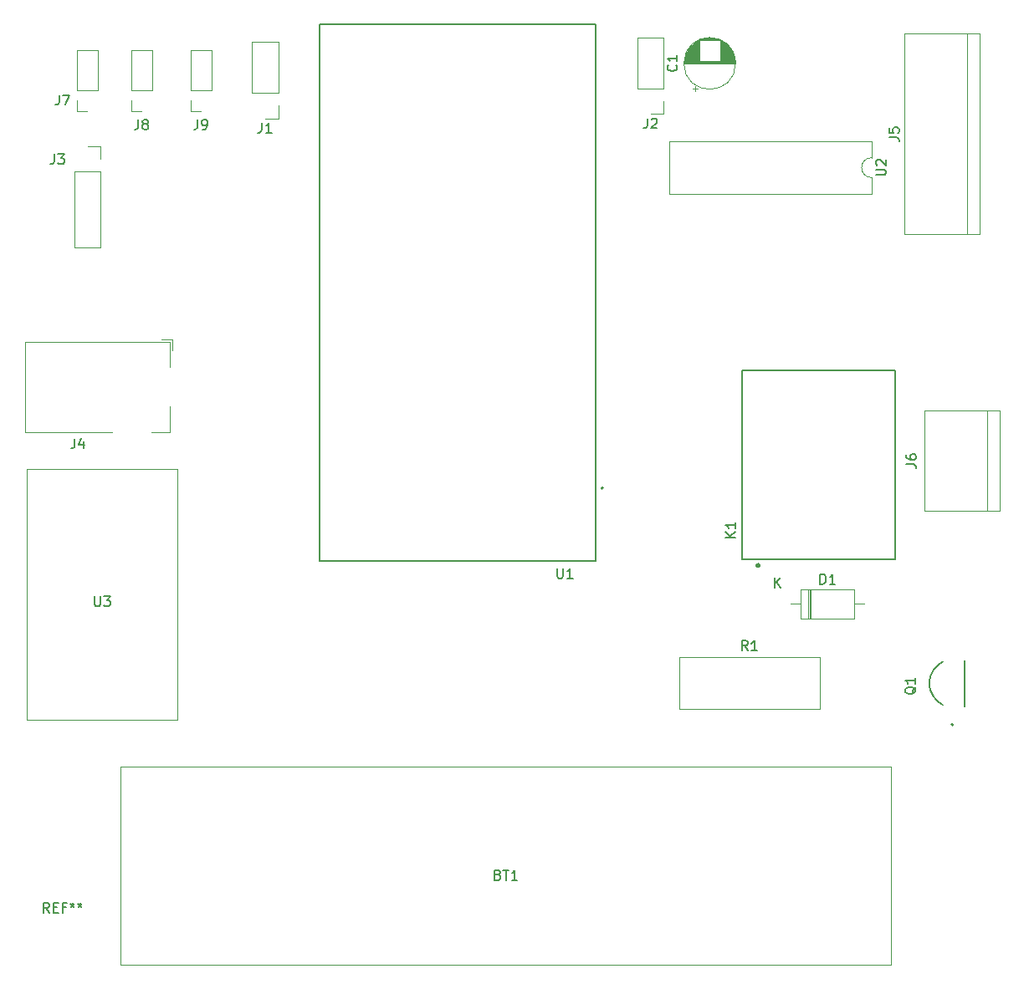
<source format=gbr>
%TF.GenerationSoftware,KiCad,Pcbnew,8.0.4*%
%TF.CreationDate,2024-09-04T16:44:11-05:00*%
%TF.ProjectId,PCB_CARRO_PROYECTO,5043425f-4341-4525-924f-5f50524f5945,rev?*%
%TF.SameCoordinates,Original*%
%TF.FileFunction,Legend,Top*%
%TF.FilePolarity,Positive*%
%FSLAX46Y46*%
G04 Gerber Fmt 4.6, Leading zero omitted, Abs format (unit mm)*
G04 Created by KiCad (PCBNEW 8.0.4) date 2024-09-04 16:44:11*
%MOMM*%
%LPD*%
G01*
G04 APERTURE LIST*
%ADD10C,0.150000*%
%ADD11C,0.127000*%
%ADD12C,0.200000*%
%ADD13C,0.120000*%
%ADD14C,0.300000*%
G04 APERTURE END LIST*
D10*
X189864057Y-119396738D02*
X189816438Y-119491976D01*
X189816438Y-119491976D02*
X189721200Y-119587214D01*
X189721200Y-119587214D02*
X189578342Y-119730071D01*
X189578342Y-119730071D02*
X189530723Y-119825309D01*
X189530723Y-119825309D02*
X189530723Y-119920547D01*
X189768819Y-119872928D02*
X189721200Y-119968166D01*
X189721200Y-119968166D02*
X189625961Y-120063404D01*
X189625961Y-120063404D02*
X189435485Y-120111023D01*
X189435485Y-120111023D02*
X189102152Y-120111023D01*
X189102152Y-120111023D02*
X188911676Y-120063404D01*
X188911676Y-120063404D02*
X188816438Y-119968166D01*
X188816438Y-119968166D02*
X188768819Y-119872928D01*
X188768819Y-119872928D02*
X188768819Y-119682452D01*
X188768819Y-119682452D02*
X188816438Y-119587214D01*
X188816438Y-119587214D02*
X188911676Y-119491976D01*
X188911676Y-119491976D02*
X189102152Y-119444357D01*
X189102152Y-119444357D02*
X189435485Y-119444357D01*
X189435485Y-119444357D02*
X189625961Y-119491976D01*
X189625961Y-119491976D02*
X189721200Y-119587214D01*
X189721200Y-119587214D02*
X189768819Y-119682452D01*
X189768819Y-119682452D02*
X189768819Y-119872928D01*
X189768819Y-118491976D02*
X189768819Y-119063404D01*
X189768819Y-118777690D02*
X188768819Y-118777690D01*
X188768819Y-118777690D02*
X188911676Y-118872928D01*
X188911676Y-118872928D02*
X189006914Y-118968166D01*
X189006914Y-118968166D02*
X189054533Y-119063404D01*
X153566976Y-107400657D02*
X153566976Y-108210493D01*
X153566976Y-108210493D02*
X153614613Y-108305768D01*
X153614613Y-108305768D02*
X153662251Y-108353406D01*
X153662251Y-108353406D02*
X153757525Y-108401043D01*
X153757525Y-108401043D02*
X153948075Y-108401043D01*
X153948075Y-108401043D02*
X154043350Y-108353406D01*
X154043350Y-108353406D02*
X154090987Y-108305768D01*
X154090987Y-108305768D02*
X154138625Y-108210493D01*
X154138625Y-108210493D02*
X154138625Y-107400657D01*
X155139010Y-108401043D02*
X154567361Y-108401043D01*
X154853186Y-108401043D02*
X154853186Y-107400657D01*
X154853186Y-107400657D02*
X154757911Y-107543569D01*
X154757911Y-107543569D02*
X154662636Y-107638844D01*
X154662636Y-107638844D02*
X154567361Y-107686482D01*
X187154819Y-63733333D02*
X187869104Y-63733333D01*
X187869104Y-63733333D02*
X188011961Y-63780952D01*
X188011961Y-63780952D02*
X188107200Y-63876190D01*
X188107200Y-63876190D02*
X188154819Y-64019047D01*
X188154819Y-64019047D02*
X188154819Y-64114285D01*
X187154819Y-62780952D02*
X187154819Y-63257142D01*
X187154819Y-63257142D02*
X187631009Y-63304761D01*
X187631009Y-63304761D02*
X187583390Y-63257142D01*
X187583390Y-63257142D02*
X187535771Y-63161904D01*
X187535771Y-63161904D02*
X187535771Y-62923809D01*
X187535771Y-62923809D02*
X187583390Y-62828571D01*
X187583390Y-62828571D02*
X187631009Y-62780952D01*
X187631009Y-62780952D02*
X187726247Y-62733333D01*
X187726247Y-62733333D02*
X187964342Y-62733333D01*
X187964342Y-62733333D02*
X188059580Y-62780952D01*
X188059580Y-62780952D02*
X188107200Y-62828571D01*
X188107200Y-62828571D02*
X188154819Y-62923809D01*
X188154819Y-62923809D02*
X188154819Y-63161904D01*
X188154819Y-63161904D02*
X188107200Y-63257142D01*
X188107200Y-63257142D02*
X188059580Y-63304761D01*
X104716666Y-94247319D02*
X104716666Y-94961604D01*
X104716666Y-94961604D02*
X104669047Y-95104461D01*
X104669047Y-95104461D02*
X104573809Y-95199700D01*
X104573809Y-95199700D02*
X104430952Y-95247319D01*
X104430952Y-95247319D02*
X104335714Y-95247319D01*
X105621428Y-94580652D02*
X105621428Y-95247319D01*
X105383333Y-94199700D02*
X105145238Y-94913985D01*
X105145238Y-94913985D02*
X105764285Y-94913985D01*
X165609580Y-56416666D02*
X165657200Y-56464285D01*
X165657200Y-56464285D02*
X165704819Y-56607142D01*
X165704819Y-56607142D02*
X165704819Y-56702380D01*
X165704819Y-56702380D02*
X165657200Y-56845237D01*
X165657200Y-56845237D02*
X165561961Y-56940475D01*
X165561961Y-56940475D02*
X165466723Y-56988094D01*
X165466723Y-56988094D02*
X165276247Y-57035713D01*
X165276247Y-57035713D02*
X165133390Y-57035713D01*
X165133390Y-57035713D02*
X164942914Y-56988094D01*
X164942914Y-56988094D02*
X164847676Y-56940475D01*
X164847676Y-56940475D02*
X164752438Y-56845237D01*
X164752438Y-56845237D02*
X164704819Y-56702380D01*
X164704819Y-56702380D02*
X164704819Y-56607142D01*
X164704819Y-56607142D02*
X164752438Y-56464285D01*
X164752438Y-56464285D02*
X164800057Y-56416666D01*
X165704819Y-55464285D02*
X165704819Y-56035713D01*
X165704819Y-55749999D02*
X164704819Y-55749999D01*
X164704819Y-55749999D02*
X164847676Y-55845237D01*
X164847676Y-55845237D02*
X164942914Y-55940475D01*
X164942914Y-55940475D02*
X164990533Y-56035713D01*
X111166666Y-61954819D02*
X111166666Y-62669104D01*
X111166666Y-62669104D02*
X111119047Y-62811961D01*
X111119047Y-62811961D02*
X111023809Y-62907200D01*
X111023809Y-62907200D02*
X110880952Y-62954819D01*
X110880952Y-62954819D02*
X110785714Y-62954819D01*
X111785714Y-62383390D02*
X111690476Y-62335771D01*
X111690476Y-62335771D02*
X111642857Y-62288152D01*
X111642857Y-62288152D02*
X111595238Y-62192914D01*
X111595238Y-62192914D02*
X111595238Y-62145295D01*
X111595238Y-62145295D02*
X111642857Y-62050057D01*
X111642857Y-62050057D02*
X111690476Y-62002438D01*
X111690476Y-62002438D02*
X111785714Y-61954819D01*
X111785714Y-61954819D02*
X111976190Y-61954819D01*
X111976190Y-61954819D02*
X112071428Y-62002438D01*
X112071428Y-62002438D02*
X112119047Y-62050057D01*
X112119047Y-62050057D02*
X112166666Y-62145295D01*
X112166666Y-62145295D02*
X112166666Y-62192914D01*
X112166666Y-62192914D02*
X112119047Y-62288152D01*
X112119047Y-62288152D02*
X112071428Y-62335771D01*
X112071428Y-62335771D02*
X111976190Y-62383390D01*
X111976190Y-62383390D02*
X111785714Y-62383390D01*
X111785714Y-62383390D02*
X111690476Y-62431009D01*
X111690476Y-62431009D02*
X111642857Y-62478628D01*
X111642857Y-62478628D02*
X111595238Y-62573866D01*
X111595238Y-62573866D02*
X111595238Y-62764342D01*
X111595238Y-62764342D02*
X111642857Y-62859580D01*
X111642857Y-62859580D02*
X111690476Y-62907200D01*
X111690476Y-62907200D02*
X111785714Y-62954819D01*
X111785714Y-62954819D02*
X111976190Y-62954819D01*
X111976190Y-62954819D02*
X112071428Y-62907200D01*
X112071428Y-62907200D02*
X112119047Y-62859580D01*
X112119047Y-62859580D02*
X112166666Y-62764342D01*
X112166666Y-62764342D02*
X112166666Y-62573866D01*
X112166666Y-62573866D02*
X112119047Y-62478628D01*
X112119047Y-62478628D02*
X112071428Y-62431009D01*
X112071428Y-62431009D02*
X111976190Y-62383390D01*
X180181905Y-108984819D02*
X180181905Y-107984819D01*
X180181905Y-107984819D02*
X180420000Y-107984819D01*
X180420000Y-107984819D02*
X180562857Y-108032438D01*
X180562857Y-108032438D02*
X180658095Y-108127676D01*
X180658095Y-108127676D02*
X180705714Y-108222914D01*
X180705714Y-108222914D02*
X180753333Y-108413390D01*
X180753333Y-108413390D02*
X180753333Y-108556247D01*
X180753333Y-108556247D02*
X180705714Y-108746723D01*
X180705714Y-108746723D02*
X180658095Y-108841961D01*
X180658095Y-108841961D02*
X180562857Y-108937200D01*
X180562857Y-108937200D02*
X180420000Y-108984819D01*
X180420000Y-108984819D02*
X180181905Y-108984819D01*
X181705714Y-108984819D02*
X181134286Y-108984819D01*
X181420000Y-108984819D02*
X181420000Y-107984819D01*
X181420000Y-107984819D02*
X181324762Y-108127676D01*
X181324762Y-108127676D02*
X181229524Y-108222914D01*
X181229524Y-108222914D02*
X181134286Y-108270533D01*
X175578095Y-109354819D02*
X175578095Y-108354819D01*
X176149523Y-109354819D02*
X175720952Y-108783390D01*
X176149523Y-108354819D02*
X175578095Y-108926247D01*
X123666666Y-62284819D02*
X123666666Y-62999104D01*
X123666666Y-62999104D02*
X123619047Y-63141961D01*
X123619047Y-63141961D02*
X123523809Y-63237200D01*
X123523809Y-63237200D02*
X123380952Y-63284819D01*
X123380952Y-63284819D02*
X123285714Y-63284819D01*
X124666666Y-63284819D02*
X124095238Y-63284819D01*
X124380952Y-63284819D02*
X124380952Y-62284819D01*
X124380952Y-62284819D02*
X124285714Y-62427676D01*
X124285714Y-62427676D02*
X124190476Y-62522914D01*
X124190476Y-62522914D02*
X124095238Y-62570533D01*
X162666666Y-61824819D02*
X162666666Y-62539104D01*
X162666666Y-62539104D02*
X162619047Y-62681961D01*
X162619047Y-62681961D02*
X162523809Y-62777200D01*
X162523809Y-62777200D02*
X162380952Y-62824819D01*
X162380952Y-62824819D02*
X162285714Y-62824819D01*
X163095238Y-61920057D02*
X163142857Y-61872438D01*
X163142857Y-61872438D02*
X163238095Y-61824819D01*
X163238095Y-61824819D02*
X163476190Y-61824819D01*
X163476190Y-61824819D02*
X163571428Y-61872438D01*
X163571428Y-61872438D02*
X163619047Y-61920057D01*
X163619047Y-61920057D02*
X163666666Y-62015295D01*
X163666666Y-62015295D02*
X163666666Y-62110533D01*
X163666666Y-62110533D02*
X163619047Y-62253390D01*
X163619047Y-62253390D02*
X163047619Y-62824819D01*
X163047619Y-62824819D02*
X163666666Y-62824819D01*
X188874819Y-96833333D02*
X189589104Y-96833333D01*
X189589104Y-96833333D02*
X189731961Y-96880952D01*
X189731961Y-96880952D02*
X189827200Y-96976190D01*
X189827200Y-96976190D02*
X189874819Y-97119047D01*
X189874819Y-97119047D02*
X189874819Y-97214285D01*
X188874819Y-95928571D02*
X188874819Y-96119047D01*
X188874819Y-96119047D02*
X188922438Y-96214285D01*
X188922438Y-96214285D02*
X188970057Y-96261904D01*
X188970057Y-96261904D02*
X189112914Y-96357142D01*
X189112914Y-96357142D02*
X189303390Y-96404761D01*
X189303390Y-96404761D02*
X189684342Y-96404761D01*
X189684342Y-96404761D02*
X189779580Y-96357142D01*
X189779580Y-96357142D02*
X189827200Y-96309523D01*
X189827200Y-96309523D02*
X189874819Y-96214285D01*
X189874819Y-96214285D02*
X189874819Y-96023809D01*
X189874819Y-96023809D02*
X189827200Y-95928571D01*
X189827200Y-95928571D02*
X189779580Y-95880952D01*
X189779580Y-95880952D02*
X189684342Y-95833333D01*
X189684342Y-95833333D02*
X189446247Y-95833333D01*
X189446247Y-95833333D02*
X189351009Y-95880952D01*
X189351009Y-95880952D02*
X189303390Y-95928571D01*
X189303390Y-95928571D02*
X189255771Y-96023809D01*
X189255771Y-96023809D02*
X189255771Y-96214285D01*
X189255771Y-96214285D02*
X189303390Y-96309523D01*
X189303390Y-96309523D02*
X189351009Y-96357142D01*
X189351009Y-96357142D02*
X189446247Y-96404761D01*
X147569285Y-138431009D02*
X147712142Y-138478628D01*
X147712142Y-138478628D02*
X147759761Y-138526247D01*
X147759761Y-138526247D02*
X147807380Y-138621485D01*
X147807380Y-138621485D02*
X147807380Y-138764342D01*
X147807380Y-138764342D02*
X147759761Y-138859580D01*
X147759761Y-138859580D02*
X147712142Y-138907200D01*
X147712142Y-138907200D02*
X147616904Y-138954819D01*
X147616904Y-138954819D02*
X147235952Y-138954819D01*
X147235952Y-138954819D02*
X147235952Y-137954819D01*
X147235952Y-137954819D02*
X147569285Y-137954819D01*
X147569285Y-137954819D02*
X147664523Y-138002438D01*
X147664523Y-138002438D02*
X147712142Y-138050057D01*
X147712142Y-138050057D02*
X147759761Y-138145295D01*
X147759761Y-138145295D02*
X147759761Y-138240533D01*
X147759761Y-138240533D02*
X147712142Y-138335771D01*
X147712142Y-138335771D02*
X147664523Y-138383390D01*
X147664523Y-138383390D02*
X147569285Y-138431009D01*
X147569285Y-138431009D02*
X147235952Y-138431009D01*
X148093095Y-137954819D02*
X148664523Y-137954819D01*
X148378809Y-138954819D02*
X148378809Y-137954819D01*
X149521666Y-138954819D02*
X148950238Y-138954819D01*
X149235952Y-138954819D02*
X149235952Y-137954819D01*
X149235952Y-137954819D02*
X149140714Y-138097676D01*
X149140714Y-138097676D02*
X149045476Y-138192914D01*
X149045476Y-138192914D02*
X148950238Y-138240533D01*
X102666666Y-65454819D02*
X102666666Y-66169104D01*
X102666666Y-66169104D02*
X102619047Y-66311961D01*
X102619047Y-66311961D02*
X102523809Y-66407200D01*
X102523809Y-66407200D02*
X102380952Y-66454819D01*
X102380952Y-66454819D02*
X102285714Y-66454819D01*
X103047619Y-65454819D02*
X103666666Y-65454819D01*
X103666666Y-65454819D02*
X103333333Y-65835771D01*
X103333333Y-65835771D02*
X103476190Y-65835771D01*
X103476190Y-65835771D02*
X103571428Y-65883390D01*
X103571428Y-65883390D02*
X103619047Y-65931009D01*
X103619047Y-65931009D02*
X103666666Y-66026247D01*
X103666666Y-66026247D02*
X103666666Y-66264342D01*
X103666666Y-66264342D02*
X103619047Y-66359580D01*
X103619047Y-66359580D02*
X103571428Y-66407200D01*
X103571428Y-66407200D02*
X103476190Y-66454819D01*
X103476190Y-66454819D02*
X103190476Y-66454819D01*
X103190476Y-66454819D02*
X103095238Y-66407200D01*
X103095238Y-66407200D02*
X103047619Y-66359580D01*
X106738095Y-110224819D02*
X106738095Y-111034342D01*
X106738095Y-111034342D02*
X106785714Y-111129580D01*
X106785714Y-111129580D02*
X106833333Y-111177200D01*
X106833333Y-111177200D02*
X106928571Y-111224819D01*
X106928571Y-111224819D02*
X107119047Y-111224819D01*
X107119047Y-111224819D02*
X107214285Y-111177200D01*
X107214285Y-111177200D02*
X107261904Y-111129580D01*
X107261904Y-111129580D02*
X107309523Y-111034342D01*
X107309523Y-111034342D02*
X107309523Y-110224819D01*
X107690476Y-110224819D02*
X108309523Y-110224819D01*
X108309523Y-110224819D02*
X107976190Y-110605771D01*
X107976190Y-110605771D02*
X108119047Y-110605771D01*
X108119047Y-110605771D02*
X108214285Y-110653390D01*
X108214285Y-110653390D02*
X108261904Y-110701009D01*
X108261904Y-110701009D02*
X108309523Y-110796247D01*
X108309523Y-110796247D02*
X108309523Y-111034342D01*
X108309523Y-111034342D02*
X108261904Y-111129580D01*
X108261904Y-111129580D02*
X108214285Y-111177200D01*
X108214285Y-111177200D02*
X108119047Y-111224819D01*
X108119047Y-111224819D02*
X107833333Y-111224819D01*
X107833333Y-111224819D02*
X107738095Y-111177200D01*
X107738095Y-111177200D02*
X107690476Y-111129580D01*
X117166666Y-61954819D02*
X117166666Y-62669104D01*
X117166666Y-62669104D02*
X117119047Y-62811961D01*
X117119047Y-62811961D02*
X117023809Y-62907200D01*
X117023809Y-62907200D02*
X116880952Y-62954819D01*
X116880952Y-62954819D02*
X116785714Y-62954819D01*
X117690476Y-62954819D02*
X117880952Y-62954819D01*
X117880952Y-62954819D02*
X117976190Y-62907200D01*
X117976190Y-62907200D02*
X118023809Y-62859580D01*
X118023809Y-62859580D02*
X118119047Y-62716723D01*
X118119047Y-62716723D02*
X118166666Y-62526247D01*
X118166666Y-62526247D02*
X118166666Y-62145295D01*
X118166666Y-62145295D02*
X118119047Y-62050057D01*
X118119047Y-62050057D02*
X118071428Y-62002438D01*
X118071428Y-62002438D02*
X117976190Y-61954819D01*
X117976190Y-61954819D02*
X117785714Y-61954819D01*
X117785714Y-61954819D02*
X117690476Y-62002438D01*
X117690476Y-62002438D02*
X117642857Y-62050057D01*
X117642857Y-62050057D02*
X117595238Y-62145295D01*
X117595238Y-62145295D02*
X117595238Y-62383390D01*
X117595238Y-62383390D02*
X117642857Y-62478628D01*
X117642857Y-62478628D02*
X117690476Y-62526247D01*
X117690476Y-62526247D02*
X117785714Y-62573866D01*
X117785714Y-62573866D02*
X117976190Y-62573866D01*
X117976190Y-62573866D02*
X118071428Y-62526247D01*
X118071428Y-62526247D02*
X118119047Y-62478628D01*
X118119047Y-62478628D02*
X118166666Y-62383390D01*
X185824819Y-67571904D02*
X186634342Y-67571904D01*
X186634342Y-67571904D02*
X186729580Y-67524285D01*
X186729580Y-67524285D02*
X186777200Y-67476666D01*
X186777200Y-67476666D02*
X186824819Y-67381428D01*
X186824819Y-67381428D02*
X186824819Y-67190952D01*
X186824819Y-67190952D02*
X186777200Y-67095714D01*
X186777200Y-67095714D02*
X186729580Y-67048095D01*
X186729580Y-67048095D02*
X186634342Y-67000476D01*
X186634342Y-67000476D02*
X185824819Y-67000476D01*
X185920057Y-66571904D02*
X185872438Y-66524285D01*
X185872438Y-66524285D02*
X185824819Y-66429047D01*
X185824819Y-66429047D02*
X185824819Y-66190952D01*
X185824819Y-66190952D02*
X185872438Y-66095714D01*
X185872438Y-66095714D02*
X185920057Y-66048095D01*
X185920057Y-66048095D02*
X186015295Y-66000476D01*
X186015295Y-66000476D02*
X186110533Y-66000476D01*
X186110533Y-66000476D02*
X186253390Y-66048095D01*
X186253390Y-66048095D02*
X186824819Y-66619523D01*
X186824819Y-66619523D02*
X186824819Y-66000476D01*
X172833333Y-115704819D02*
X172500000Y-115228628D01*
X172261905Y-115704819D02*
X172261905Y-114704819D01*
X172261905Y-114704819D02*
X172642857Y-114704819D01*
X172642857Y-114704819D02*
X172738095Y-114752438D01*
X172738095Y-114752438D02*
X172785714Y-114800057D01*
X172785714Y-114800057D02*
X172833333Y-114895295D01*
X172833333Y-114895295D02*
X172833333Y-115038152D01*
X172833333Y-115038152D02*
X172785714Y-115133390D01*
X172785714Y-115133390D02*
X172738095Y-115181009D01*
X172738095Y-115181009D02*
X172642857Y-115228628D01*
X172642857Y-115228628D02*
X172261905Y-115228628D01*
X173785714Y-115704819D02*
X173214286Y-115704819D01*
X173500000Y-115704819D02*
X173500000Y-114704819D01*
X173500000Y-114704819D02*
X173404762Y-114847676D01*
X173404762Y-114847676D02*
X173309524Y-114942914D01*
X173309524Y-114942914D02*
X173214286Y-114990533D01*
X171619023Y-104263794D02*
X170618929Y-104263794D01*
X171619023Y-103692312D02*
X171047541Y-104120923D01*
X170618929Y-103692312D02*
X171190411Y-104263794D01*
X171619023Y-102739841D02*
X171619023Y-103311323D01*
X171619023Y-103025582D02*
X170618929Y-103025582D01*
X170618929Y-103025582D02*
X170761800Y-103120829D01*
X170761800Y-103120829D02*
X170857047Y-103216076D01*
X170857047Y-103216076D02*
X170904670Y-103311323D01*
X102166666Y-142254819D02*
X101833333Y-141778628D01*
X101595238Y-142254819D02*
X101595238Y-141254819D01*
X101595238Y-141254819D02*
X101976190Y-141254819D01*
X101976190Y-141254819D02*
X102071428Y-141302438D01*
X102071428Y-141302438D02*
X102119047Y-141350057D01*
X102119047Y-141350057D02*
X102166666Y-141445295D01*
X102166666Y-141445295D02*
X102166666Y-141588152D01*
X102166666Y-141588152D02*
X102119047Y-141683390D01*
X102119047Y-141683390D02*
X102071428Y-141731009D01*
X102071428Y-141731009D02*
X101976190Y-141778628D01*
X101976190Y-141778628D02*
X101595238Y-141778628D01*
X102595238Y-141731009D02*
X102928571Y-141731009D01*
X103071428Y-142254819D02*
X102595238Y-142254819D01*
X102595238Y-142254819D02*
X102595238Y-141254819D01*
X102595238Y-141254819D02*
X103071428Y-141254819D01*
X103833333Y-141731009D02*
X103500000Y-141731009D01*
X103500000Y-142254819D02*
X103500000Y-141254819D01*
X103500000Y-141254819D02*
X103976190Y-141254819D01*
X104500000Y-141254819D02*
X104500000Y-141492914D01*
X104261905Y-141397676D02*
X104500000Y-141492914D01*
X104500000Y-141492914D02*
X104738095Y-141397676D01*
X104357143Y-141683390D02*
X104500000Y-141492914D01*
X104500000Y-141492914D02*
X104642857Y-141683390D01*
X105261905Y-141254819D02*
X105261905Y-141492914D01*
X105023810Y-141397676D02*
X105261905Y-141492914D01*
X105261905Y-141492914D02*
X105500000Y-141397676D01*
X105119048Y-141683390D02*
X105261905Y-141492914D01*
X105261905Y-141492914D02*
X105404762Y-141683390D01*
X103166666Y-59454819D02*
X103166666Y-60169104D01*
X103166666Y-60169104D02*
X103119047Y-60311961D01*
X103119047Y-60311961D02*
X103023809Y-60407200D01*
X103023809Y-60407200D02*
X102880952Y-60454819D01*
X102880952Y-60454819D02*
X102785714Y-60454819D01*
X103547619Y-59454819D02*
X104214285Y-59454819D01*
X104214285Y-59454819D02*
X103785714Y-60454819D01*
D11*
%TO.C,Q1*%
X194801000Y-121337500D02*
X194801000Y-116737500D01*
X191201000Y-119037500D02*
G75*
G02*
X192601000Y-116837500I2605258J-112437D01*
G01*
X192601000Y-121237500D02*
G75*
G02*
X191201000Y-119037500I1205258J2312437D01*
G01*
D12*
X193631000Y-123226500D02*
G75*
G02*
X193431000Y-123226500I-100000J0D01*
G01*
X193431000Y-123226500D02*
G75*
G02*
X193631000Y-123226500I100000J0D01*
G01*
D11*
%TO.C,U1*%
X129550000Y-52250000D02*
X157450000Y-52250000D01*
X129550000Y-106650000D02*
X129550000Y-52250000D01*
X157450000Y-52250000D02*
X157450000Y-106650000D01*
X157450000Y-106650000D02*
X129550000Y-106650000D01*
D12*
X158200000Y-99260000D02*
G75*
G02*
X158000000Y-99260000I-100000J0D01*
G01*
X158000000Y-99260000D02*
G75*
G02*
X158200000Y-99260000I100000J0D01*
G01*
D13*
%TO.C,J5*%
X188690000Y-73540000D02*
X188690000Y-53220000D01*
X188690000Y-73540000D02*
X196310000Y-73540000D01*
X195040000Y-53220000D02*
X195040000Y-73540000D01*
X196310000Y-53220000D02*
X188690000Y-53220000D01*
X196310000Y-73540000D02*
X196310000Y-53220000D01*
%TO.C,J4*%
X99700000Y-84442500D02*
X114400000Y-84442500D01*
X99700000Y-93642500D02*
X99700000Y-84442500D01*
X108500000Y-93642500D02*
X99700000Y-93642500D01*
X113550000Y-84242500D02*
X114600000Y-84242500D01*
X114400000Y-84442500D02*
X114400000Y-87042500D01*
X114400000Y-90942500D02*
X114400000Y-93642500D01*
X114400000Y-93642500D02*
X112500000Y-93642500D01*
X114600000Y-85292500D02*
X114600000Y-84242500D01*
%TO.C,C1*%
X166420000Y-56210000D02*
X171580000Y-56210000D01*
X166420000Y-56250000D02*
X171580000Y-56250000D01*
X166421000Y-56170000D02*
X171579000Y-56170000D01*
X166422000Y-56130000D02*
X171578000Y-56130000D01*
X166424000Y-56090000D02*
X171576000Y-56090000D01*
X166427000Y-56050000D02*
X171573000Y-56050000D01*
X166431000Y-56010000D02*
X167960000Y-56010000D01*
X166435000Y-55970000D02*
X167960000Y-55970000D01*
X166439000Y-55930000D02*
X167960000Y-55930000D01*
X166444000Y-55890000D02*
X167960000Y-55890000D01*
X166450000Y-55850000D02*
X167960000Y-55850000D01*
X166457000Y-55810000D02*
X167960000Y-55810000D01*
X166464000Y-55770000D02*
X167960000Y-55770000D01*
X166472000Y-55730000D02*
X167960000Y-55730000D01*
X166480000Y-55690000D02*
X167960000Y-55690000D01*
X166489000Y-55650000D02*
X167960000Y-55650000D01*
X166499000Y-55610000D02*
X167960000Y-55610000D01*
X166509000Y-55570000D02*
X167960000Y-55570000D01*
X166520000Y-55529000D02*
X167960000Y-55529000D01*
X166532000Y-55489000D02*
X167960000Y-55489000D01*
X166545000Y-55449000D02*
X167960000Y-55449000D01*
X166558000Y-55409000D02*
X167960000Y-55409000D01*
X166572000Y-55369000D02*
X167960000Y-55369000D01*
X166586000Y-55329000D02*
X167960000Y-55329000D01*
X166602000Y-55289000D02*
X167960000Y-55289000D01*
X166618000Y-55249000D02*
X167960000Y-55249000D01*
X166635000Y-55209000D02*
X167960000Y-55209000D01*
X166652000Y-55169000D02*
X167960000Y-55169000D01*
X166671000Y-55129000D02*
X167960000Y-55129000D01*
X166690000Y-55089000D02*
X167960000Y-55089000D01*
X166710000Y-55049000D02*
X167960000Y-55049000D01*
X166732000Y-55009000D02*
X167960000Y-55009000D01*
X166753000Y-54969000D02*
X167960000Y-54969000D01*
X166776000Y-54929000D02*
X167960000Y-54929000D01*
X166800000Y-54889000D02*
X167960000Y-54889000D01*
X166825000Y-54849000D02*
X167960000Y-54849000D01*
X166851000Y-54809000D02*
X167960000Y-54809000D01*
X166878000Y-54769000D02*
X167960000Y-54769000D01*
X166905000Y-54729000D02*
X167960000Y-54729000D01*
X166935000Y-54689000D02*
X167960000Y-54689000D01*
X166965000Y-54649000D02*
X167960000Y-54649000D01*
X166996000Y-54609000D02*
X167960000Y-54609000D01*
X167029000Y-54569000D02*
X167960000Y-54569000D01*
X167063000Y-54529000D02*
X167960000Y-54529000D01*
X167099000Y-54489000D02*
X167960000Y-54489000D01*
X167136000Y-54449000D02*
X167960000Y-54449000D01*
X167174000Y-54409000D02*
X167960000Y-54409000D01*
X167215000Y-54369000D02*
X167960000Y-54369000D01*
X167257000Y-54329000D02*
X167960000Y-54329000D01*
X167275000Y-58804775D02*
X167775000Y-58804775D01*
X167301000Y-54289000D02*
X167960000Y-54289000D01*
X167347000Y-54249000D02*
X167960000Y-54249000D01*
X167395000Y-54209000D02*
X167960000Y-54209000D01*
X167446000Y-54169000D02*
X167960000Y-54169000D01*
X167500000Y-54129000D02*
X167960000Y-54129000D01*
X167525000Y-59054775D02*
X167525000Y-58554775D01*
X167557000Y-54089000D02*
X167960000Y-54089000D01*
X167617000Y-54049000D02*
X167960000Y-54049000D01*
X167681000Y-54009000D02*
X167960000Y-54009000D01*
X167749000Y-53969000D02*
X167960000Y-53969000D01*
X167822000Y-53929000D02*
X170178000Y-53929000D01*
X167902000Y-53889000D02*
X170098000Y-53889000D01*
X167989000Y-53849000D02*
X170011000Y-53849000D01*
X168085000Y-53809000D02*
X169915000Y-53809000D01*
X168195000Y-53769000D02*
X169805000Y-53769000D01*
X168323000Y-53729000D02*
X169677000Y-53729000D01*
X168482000Y-53689000D02*
X169518000Y-53689000D01*
X168716000Y-53649000D02*
X169284000Y-53649000D01*
X170040000Y-53969000D02*
X170251000Y-53969000D01*
X170040000Y-54009000D02*
X170319000Y-54009000D01*
X170040000Y-54049000D02*
X170383000Y-54049000D01*
X170040000Y-54089000D02*
X170443000Y-54089000D01*
X170040000Y-54129000D02*
X170500000Y-54129000D01*
X170040000Y-54169000D02*
X170554000Y-54169000D01*
X170040000Y-54209000D02*
X170605000Y-54209000D01*
X170040000Y-54249000D02*
X170653000Y-54249000D01*
X170040000Y-54289000D02*
X170699000Y-54289000D01*
X170040000Y-54329000D02*
X170743000Y-54329000D01*
X170040000Y-54369000D02*
X170785000Y-54369000D01*
X170040000Y-54409000D02*
X170826000Y-54409000D01*
X170040000Y-54449000D02*
X170864000Y-54449000D01*
X170040000Y-54489000D02*
X170901000Y-54489000D01*
X170040000Y-54529000D02*
X170937000Y-54529000D01*
X170040000Y-54569000D02*
X170971000Y-54569000D01*
X170040000Y-54609000D02*
X171004000Y-54609000D01*
X170040000Y-54649000D02*
X171035000Y-54649000D01*
X170040000Y-54689000D02*
X171065000Y-54689000D01*
X170040000Y-54729000D02*
X171095000Y-54729000D01*
X170040000Y-54769000D02*
X171122000Y-54769000D01*
X170040000Y-54809000D02*
X171149000Y-54809000D01*
X170040000Y-54849000D02*
X171175000Y-54849000D01*
X170040000Y-54889000D02*
X171200000Y-54889000D01*
X170040000Y-54929000D02*
X171224000Y-54929000D01*
X170040000Y-54969000D02*
X171247000Y-54969000D01*
X170040000Y-55009000D02*
X171268000Y-55009000D01*
X170040000Y-55049000D02*
X171290000Y-55049000D01*
X170040000Y-55089000D02*
X171310000Y-55089000D01*
X170040000Y-55129000D02*
X171329000Y-55129000D01*
X170040000Y-55169000D02*
X171348000Y-55169000D01*
X170040000Y-55209000D02*
X171365000Y-55209000D01*
X170040000Y-55249000D02*
X171382000Y-55249000D01*
X170040000Y-55289000D02*
X171398000Y-55289000D01*
X170040000Y-55329000D02*
X171414000Y-55329000D01*
X170040000Y-55369000D02*
X171428000Y-55369000D01*
X170040000Y-55409000D02*
X171442000Y-55409000D01*
X170040000Y-55449000D02*
X171455000Y-55449000D01*
X170040000Y-55489000D02*
X171468000Y-55489000D01*
X170040000Y-55529000D02*
X171480000Y-55529000D01*
X170040000Y-55570000D02*
X171491000Y-55570000D01*
X170040000Y-55610000D02*
X171501000Y-55610000D01*
X170040000Y-55650000D02*
X171511000Y-55650000D01*
X170040000Y-55690000D02*
X171520000Y-55690000D01*
X170040000Y-55730000D02*
X171528000Y-55730000D01*
X170040000Y-55770000D02*
X171536000Y-55770000D01*
X170040000Y-55810000D02*
X171543000Y-55810000D01*
X170040000Y-55850000D02*
X171550000Y-55850000D01*
X170040000Y-55890000D02*
X171556000Y-55890000D01*
X170040000Y-55930000D02*
X171561000Y-55930000D01*
X170040000Y-55970000D02*
X171565000Y-55970000D01*
X170040000Y-56010000D02*
X171569000Y-56010000D01*
X171620000Y-56250000D02*
G75*
G02*
X166380000Y-56250000I-2620000J0D01*
G01*
X166380000Y-56250000D02*
G75*
G02*
X171620000Y-56250000I2620000J0D01*
G01*
%TO.C,J8*%
X110440000Y-59000000D02*
X110440000Y-54940000D01*
X110440000Y-61060000D02*
X110440000Y-60000000D01*
X111500000Y-61060000D02*
X110440000Y-61060000D01*
X112560000Y-54940000D02*
X110440000Y-54940000D01*
X112560000Y-59000000D02*
X110440000Y-59000000D01*
X112560000Y-59000000D02*
X112560000Y-54940000D01*
%TO.C,D1*%
X177180000Y-111000000D02*
X178200000Y-111000000D01*
X178200000Y-109530000D02*
X178200000Y-112470000D01*
X178200000Y-112470000D02*
X183640000Y-112470000D01*
X178980000Y-109530000D02*
X178980000Y-112470000D01*
X179100000Y-109530000D02*
X179100000Y-112470000D01*
X179220000Y-109530000D02*
X179220000Y-112470000D01*
X183640000Y-109530000D02*
X178200000Y-109530000D01*
X183640000Y-112470000D02*
X183640000Y-109530000D01*
X184660000Y-111000000D02*
X183640000Y-111000000D01*
%TO.C,J1*%
X122670000Y-59230000D02*
X122670000Y-54090000D01*
X125330000Y-54090000D02*
X122670000Y-54090000D01*
X125330000Y-59230000D02*
X122670000Y-59230000D01*
X125330000Y-59230000D02*
X125330000Y-54090000D01*
X125330000Y-60500000D02*
X125330000Y-61830000D01*
X125330000Y-61830000D02*
X124000000Y-61830000D01*
%TO.C,J2*%
X161670000Y-58770000D02*
X161670000Y-53630000D01*
X164330000Y-53630000D02*
X161670000Y-53630000D01*
X164330000Y-58770000D02*
X161670000Y-58770000D01*
X164330000Y-58770000D02*
X164330000Y-53630000D01*
X164330000Y-60040000D02*
X164330000Y-61370000D01*
X164330000Y-61370000D02*
X163000000Y-61370000D01*
%TO.C,J6*%
X190690000Y-91420000D02*
X190690000Y-101580000D01*
X190690000Y-101580000D02*
X198310000Y-101580000D01*
X197040000Y-91420000D02*
X197040000Y-101580000D01*
X198310000Y-91420000D02*
X190690000Y-91420000D01*
X198310000Y-101580000D02*
X198310000Y-91420000D01*
%TO.C,BT1*%
X109355000Y-127450000D02*
X187355000Y-127450000D01*
X109355000Y-147550000D02*
X109355000Y-127450000D01*
X187355000Y-127450000D02*
X187355000Y-147550000D01*
X187355000Y-147550000D02*
X109355000Y-147550000D01*
%TO.C,J3*%
X104695000Y-67230000D02*
X104695000Y-74910000D01*
X104695000Y-67230000D02*
X107355000Y-67230000D01*
X104695000Y-74910000D02*
X107355000Y-74910000D01*
X106025000Y-64630000D02*
X107355000Y-64630000D01*
X107355000Y-64630000D02*
X107355000Y-65960000D01*
X107355000Y-67230000D02*
X107355000Y-74910000D01*
%TO.C,U3*%
X99880000Y-97300000D02*
X115120000Y-97300000D01*
X115120000Y-122700000D01*
X99880000Y-122700000D01*
X99880000Y-97300000D01*
%TO.C,J9*%
X116440000Y-59000000D02*
X116440000Y-54940000D01*
X116440000Y-61060000D02*
X116440000Y-60000000D01*
X117500000Y-61060000D02*
X116440000Y-61060000D01*
X118560000Y-54940000D02*
X116440000Y-54940000D01*
X118560000Y-59000000D02*
X116440000Y-59000000D01*
X118560000Y-59000000D02*
X118560000Y-54940000D01*
%TO.C,U2*%
X164930000Y-64160000D02*
X164930000Y-69460000D01*
X164930000Y-69460000D02*
X185370000Y-69460000D01*
X185370000Y-64160000D02*
X164930000Y-64160000D01*
X185370000Y-65810000D02*
X185370000Y-64160000D01*
X185370000Y-69460000D02*
X185370000Y-67810000D01*
X185370000Y-67810000D02*
G75*
G02*
X185370000Y-65810000I0J1000000D01*
G01*
%TO.C,R1*%
X165880000Y-116380000D02*
X165880000Y-121620000D01*
X165880000Y-116380000D02*
X180120000Y-116380000D01*
X165880000Y-121620000D02*
X180120000Y-121620000D01*
X180120000Y-116380000D02*
X180120000Y-121620000D01*
D11*
%TO.C,K1*%
X172250000Y-87350000D02*
X187750000Y-87350000D01*
X172250000Y-106450000D02*
X172250000Y-87350000D01*
X187750000Y-87350000D02*
X187750000Y-106450000D01*
X187750000Y-106450000D02*
X172250000Y-106450000D01*
D14*
X173981000Y-107100000D02*
G75*
G02*
X173781000Y-107100000I-100000J0D01*
G01*
X173781000Y-107100000D02*
G75*
G02*
X173981000Y-107100000I100000J0D01*
G01*
D13*
%TO.C,J7*%
X104940000Y-59000000D02*
X104940000Y-54940000D01*
X104940000Y-61060000D02*
X104940000Y-60000000D01*
X106000000Y-61060000D02*
X104940000Y-61060000D01*
X107060000Y-54940000D02*
X104940000Y-54940000D01*
X107060000Y-59000000D02*
X104940000Y-59000000D01*
X107060000Y-59000000D02*
X107060000Y-54940000D01*
%TD*%
M02*

</source>
